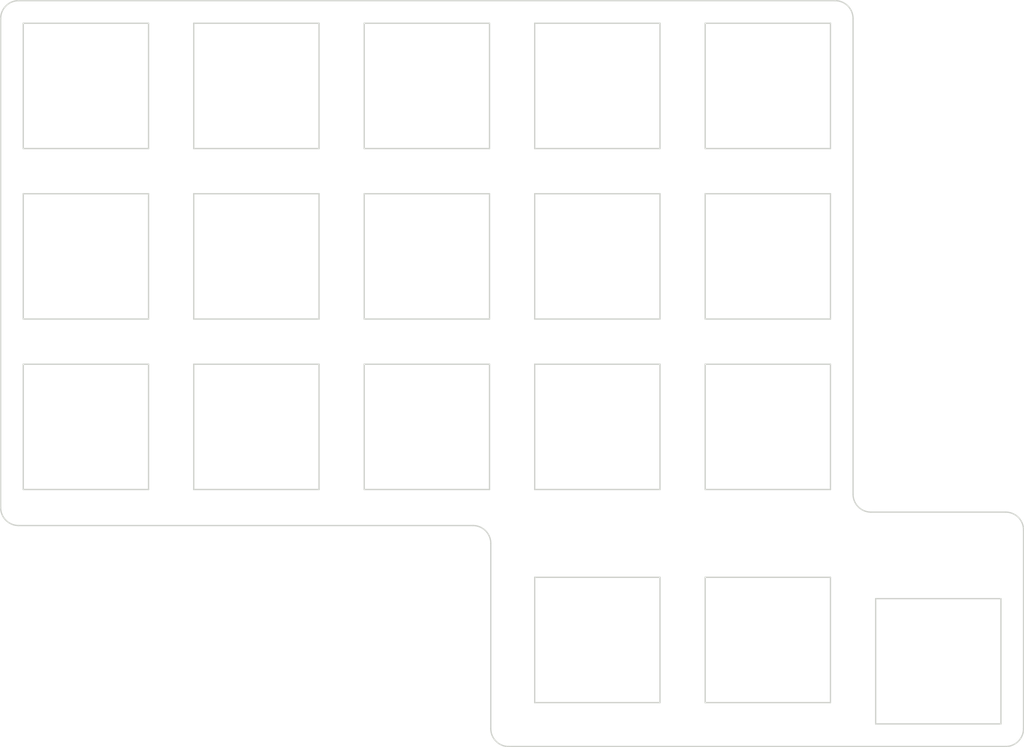
<source format=kicad_pcb>

            
(kicad_pcb (version 20171130) (host pcbnew 5.1.6)

  (page A3)
  (title_block
    (title clyde-switch-plate)
    (rev 1.0.0)
    (company sboysel)
  )

  (general
    (thickness 1.6)
  )

  (layers
    (0 F.Cu signal)
    (31 B.Cu signal)
    (32 B.Adhes user)
    (33 F.Adhes user)
    (34 B.Paste user)
    (35 F.Paste user)
    (36 B.SilkS user)
    (37 F.SilkS user)
    (38 B.Mask user)
    (39 F.Mask user)
    (40 Dwgs.User user)
    (41 Cmts.User user)
    (42 Eco1.User user)
    (43 Eco2.User user)
    (44 Edge.Cuts user)
    (45 Margin user)
    (46 B.CrtYd user)
    (47 F.CrtYd user)
    (48 B.Fab user)
    (49 F.Fab user)
  )

  (setup
    (last_trace_width 0.25)
    (trace_clearance 0.2)
    (zone_clearance 0.508)
    (zone_45_only no)
    (trace_min 0.2)
    (via_size 0.8)
    (via_drill 0.4)
    (via_min_size 0.4)
    (via_min_drill 0.3)
    (uvia_size 0.3)
    (uvia_drill 0.1)
    (uvias_allowed no)
    (uvia_min_size 0.2)
    (uvia_min_drill 0.1)
    (edge_width 0.05)
    (segment_width 0.2)
    (pcb_text_width 0.3)
    (pcb_text_size 1.5 1.5)
    (mod_edge_width 0.12)
    (mod_text_size 1 1)
    (mod_text_width 0.15)
    (pad_size 1.524 1.524)
    (pad_drill 0.762)
    (pad_to_mask_clearance 0.05)
    (aux_axis_origin 0 0)
    (visible_elements FFFFFF7F)
    (pcbplotparams
      (layerselection 0x010fc_ffffffff)
      (usegerberextensions false)
      (usegerberattributes true)
      (usegerberadvancedattributes true)
      (creategerberjobfile true)
      (excludeedgelayer true)
      (linewidth 0.100000)
      (plotframeref false)
      (viasonmask false)
      (mode 1)
      (useauxorigin false)
      (hpglpennumber 1)
      (hpglpenspeed 20)
      (hpglpendiameter 15.000000)
      (psnegative false)
      (psa4output false)
      (plotreference true)
      (plotvalue true)
      (plotinvisibletext false)
      (padsonsilk false)
      (subtractmaskfromsilk false)
      (outputformat 1)
      (mirror false)
      (drillshape 1)
      (scaleselection 1)
      (outputdirectory ""))
  )

            (net 0 "")
            
  (net_class Default "This is the default net class."
    (clearance 0.2)
    (trace_width 0.25)
    (via_dia 0.8)
    (via_drill 0.4)
    (uvia_dia 0.3)
    (uvia_drill 0.1)
    (add_net "")
  )

            
            (gr_line (start 142.875 161.425) (end 142.875 106.77499999999999) (angle 90) (layer Edge.Cuts) (width 0.15))
(gr_line (start 144.875 104.77499999999999) (end 236.12500000000003 104.77499999999999) (angle 90) (layer Edge.Cuts) (width 0.15))
(gr_line (start 238.12500000000003 106.77499999999999) (end 238.12500000000003 159.925) (angle 90) (layer Edge.Cuts) (width 0.15))
(gr_line (start 240.12500000000003 161.925) (end 255.175 161.925) (angle 90) (layer Edge.Cuts) (width 0.15))
(gr_line (start 257.175 163.925) (end 257.175 186.11875) (angle 90) (layer Edge.Cuts) (width 0.15))
(gr_line (start 255.175 188.11875) (end 199.64375 188.11875) (angle 90) (layer Edge.Cuts) (width 0.15))
(gr_line (start 197.64375 186.11875) (end 197.64375 165.425) (angle 90) (layer Edge.Cuts) (width 0.15))
(gr_line (start 195.64375 163.425) (end 144.875 163.425) (angle 90) (layer Edge.Cuts) (width 0.15))
(gr_arc (start 144.875 106.77499999999999) (end 144.875 104.77499999999999) (angle -90) (layer Edge.Cuts) (width 0.15))
(gr_arc (start 236.12500000000003 106.77499999999999) (end 238.12500000000003 106.77499999999999) (angle -90) (layer Edge.Cuts) (width 0.15))
(gr_arc (start 240.12500000000003 159.925) (end 238.12500000000003 159.925) (angle -90) (layer Edge.Cuts) (width 0.15))
(gr_arc (start 255.175 163.925) (end 257.175 163.925) (angle -90) (layer Edge.Cuts) (width 0.15))
(gr_arc (start 255.175 186.11875) (end 255.175 188.11875) (angle -90) (layer Edge.Cuts) (width 0.15))
(gr_arc (start 199.64375 186.11875) (end 197.64375 186.11875) (angle -90) (layer Edge.Cuts) (width 0.15))
(gr_arc (start 195.64375 165.425) (end 197.64375 165.425) (angle -90) (layer Edge.Cuts) (width 0.15))
(gr_arc (start 144.875 161.425) (end 142.875 161.425) (angle -90) (layer Edge.Cuts) (width 0.15))
(gr_line (start 145.4 159.4) (end 159.4 159.4) (angle 90) (layer Edge.Cuts) (width 0.15))
(gr_line (start 159.4 159.4) (end 159.4 145.4) (angle 90) (layer Edge.Cuts) (width 0.15))
(gr_line (start 159.4 145.4) (end 145.4 145.4) (angle 90) (layer Edge.Cuts) (width 0.15))
(gr_line (start 145.4 145.4) (end 145.4 159.4) (angle 90) (layer Edge.Cuts) (width 0.15))
(gr_line (start 145.4 140.35) (end 159.4 140.35) (angle 90) (layer Edge.Cuts) (width 0.15))
(gr_line (start 159.4 140.35) (end 159.4 126.35) (angle 90) (layer Edge.Cuts) (width 0.15))
(gr_line (start 159.4 126.35) (end 145.4 126.35) (angle 90) (layer Edge.Cuts) (width 0.15))
(gr_line (start 145.4 126.35) (end 145.4 140.35) (angle 90) (layer Edge.Cuts) (width 0.15))
(gr_line (start 145.4 121.3) (end 159.4 121.3) (angle 90) (layer Edge.Cuts) (width 0.15))
(gr_line (start 159.4 121.3) (end 159.4 107.3) (angle 90) (layer Edge.Cuts) (width 0.15))
(gr_line (start 159.4 107.3) (end 145.4 107.3) (angle 90) (layer Edge.Cuts) (width 0.15))
(gr_line (start 145.4 107.3) (end 145.4 121.3) (angle 90) (layer Edge.Cuts) (width 0.15))
(gr_line (start 164.45000000000002 159.4) (end 178.45000000000002 159.4) (angle 90) (layer Edge.Cuts) (width 0.15))
(gr_line (start 178.45000000000002 159.4) (end 178.45000000000002 145.4) (angle 90) (layer Edge.Cuts) (width 0.15))
(gr_line (start 178.45000000000002 145.4) (end 164.45000000000002 145.4) (angle 90) (layer Edge.Cuts) (width 0.15))
(gr_line (start 164.45000000000002 145.4) (end 164.45000000000002 159.4) (angle 90) (layer Edge.Cuts) (width 0.15))
(gr_line (start 164.45000000000002 140.35) (end 178.45000000000002 140.35) (angle 90) (layer Edge.Cuts) (width 0.15))
(gr_line (start 178.45000000000002 140.35) (end 178.45000000000002 126.35) (angle 90) (layer Edge.Cuts) (width 0.15))
(gr_line (start 178.45000000000002 126.35) (end 164.45000000000002 126.35) (angle 90) (layer Edge.Cuts) (width 0.15))
(gr_line (start 164.45000000000002 126.35) (end 164.45000000000002 140.35) (angle 90) (layer Edge.Cuts) (width 0.15))
(gr_line (start 164.45000000000002 121.3) (end 178.45000000000002 121.3) (angle 90) (layer Edge.Cuts) (width 0.15))
(gr_line (start 178.45000000000002 121.3) (end 178.45000000000002 107.3) (angle 90) (layer Edge.Cuts) (width 0.15))
(gr_line (start 178.45000000000002 107.3) (end 164.45000000000002 107.3) (angle 90) (layer Edge.Cuts) (width 0.15))
(gr_line (start 164.45000000000002 107.3) (end 164.45000000000002 121.3) (angle 90) (layer Edge.Cuts) (width 0.15))
(gr_line (start 183.5 159.4) (end 197.5 159.4) (angle 90) (layer Edge.Cuts) (width 0.15))
(gr_line (start 197.5 159.4) (end 197.5 145.4) (angle 90) (layer Edge.Cuts) (width 0.15))
(gr_line (start 197.5 145.4) (end 183.5 145.4) (angle 90) (layer Edge.Cuts) (width 0.15))
(gr_line (start 183.5 145.4) (end 183.5 159.4) (angle 90) (layer Edge.Cuts) (width 0.15))
(gr_line (start 183.5 140.35) (end 197.5 140.35) (angle 90) (layer Edge.Cuts) (width 0.15))
(gr_line (start 197.5 140.35) (end 197.5 126.35) (angle 90) (layer Edge.Cuts) (width 0.15))
(gr_line (start 197.5 126.35) (end 183.5 126.35) (angle 90) (layer Edge.Cuts) (width 0.15))
(gr_line (start 183.5 126.35) (end 183.5 140.35) (angle 90) (layer Edge.Cuts) (width 0.15))
(gr_line (start 183.5 121.3) (end 197.5 121.3) (angle 90) (layer Edge.Cuts) (width 0.15))
(gr_line (start 197.5 121.3) (end 197.5 107.3) (angle 90) (layer Edge.Cuts) (width 0.15))
(gr_line (start 197.5 107.3) (end 183.5 107.3) (angle 90) (layer Edge.Cuts) (width 0.15))
(gr_line (start 183.5 107.3) (end 183.5 121.3) (angle 90) (layer Edge.Cuts) (width 0.15))
(gr_line (start 202.55 159.4) (end 216.55 159.4) (angle 90) (layer Edge.Cuts) (width 0.15))
(gr_line (start 216.55 159.4) (end 216.55 145.4) (angle 90) (layer Edge.Cuts) (width 0.15))
(gr_line (start 216.55 145.4) (end 202.55 145.4) (angle 90) (layer Edge.Cuts) (width 0.15))
(gr_line (start 202.55 145.4) (end 202.55 159.4) (angle 90) (layer Edge.Cuts) (width 0.15))
(gr_line (start 202.55 140.35) (end 216.55 140.35) (angle 90) (layer Edge.Cuts) (width 0.15))
(gr_line (start 216.55 140.35) (end 216.55 126.35) (angle 90) (layer Edge.Cuts) (width 0.15))
(gr_line (start 216.55 126.35) (end 202.55 126.35) (angle 90) (layer Edge.Cuts) (width 0.15))
(gr_line (start 202.55 126.35) (end 202.55 140.35) (angle 90) (layer Edge.Cuts) (width 0.15))
(gr_line (start 202.55 121.3) (end 216.55 121.3) (angle 90) (layer Edge.Cuts) (width 0.15))
(gr_line (start 216.55 121.3) (end 216.55 107.3) (angle 90) (layer Edge.Cuts) (width 0.15))
(gr_line (start 216.55 107.3) (end 202.55 107.3) (angle 90) (layer Edge.Cuts) (width 0.15))
(gr_line (start 202.55 107.3) (end 202.55 121.3) (angle 90) (layer Edge.Cuts) (width 0.15))
(gr_line (start 221.60000000000002 159.4) (end 235.60000000000002 159.4) (angle 90) (layer Edge.Cuts) (width 0.15))
(gr_line (start 235.60000000000002 159.4) (end 235.60000000000002 145.4) (angle 90) (layer Edge.Cuts) (width 0.15))
(gr_line (start 235.60000000000002 145.4) (end 221.60000000000002 145.4) (angle 90) (layer Edge.Cuts) (width 0.15))
(gr_line (start 221.60000000000002 145.4) (end 221.60000000000002 159.4) (angle 90) (layer Edge.Cuts) (width 0.15))
(gr_line (start 221.60000000000002 140.35) (end 235.60000000000002 140.35) (angle 90) (layer Edge.Cuts) (width 0.15))
(gr_line (start 235.60000000000002 140.35) (end 235.60000000000002 126.35) (angle 90) (layer Edge.Cuts) (width 0.15))
(gr_line (start 235.60000000000002 126.35) (end 221.60000000000002 126.35) (angle 90) (layer Edge.Cuts) (width 0.15))
(gr_line (start 221.60000000000002 126.35) (end 221.60000000000002 140.35) (angle 90) (layer Edge.Cuts) (width 0.15))
(gr_line (start 221.60000000000002 121.3) (end 235.60000000000002 121.3) (angle 90) (layer Edge.Cuts) (width 0.15))
(gr_line (start 235.60000000000002 121.3) (end 235.60000000000002 107.3) (angle 90) (layer Edge.Cuts) (width 0.15))
(gr_line (start 235.60000000000002 107.3) (end 221.60000000000002 107.3) (angle 90) (layer Edge.Cuts) (width 0.15))
(gr_line (start 221.60000000000002 107.3) (end 221.60000000000002 121.3) (angle 90) (layer Edge.Cuts) (width 0.15))
(gr_line (start 202.55 183.2125) (end 216.55 183.2125) (angle 90) (layer Edge.Cuts) (width 0.15))
(gr_line (start 216.55 183.2125) (end 216.55 169.2125) (angle 90) (layer Edge.Cuts) (width 0.15))
(gr_line (start 216.55 169.2125) (end 202.55 169.2125) (angle 90) (layer Edge.Cuts) (width 0.15))
(gr_line (start 202.55 169.2125) (end 202.55 183.2125) (angle 90) (layer Edge.Cuts) (width 0.15))
(gr_line (start 221.60000000000002 183.2125) (end 235.60000000000002 183.2125) (angle 90) (layer Edge.Cuts) (width 0.15))
(gr_line (start 235.60000000000002 183.2125) (end 235.60000000000002 169.2125) (angle 90) (layer Edge.Cuts) (width 0.15))
(gr_line (start 235.60000000000002 169.2125) (end 221.60000000000002 169.2125) (angle 90) (layer Edge.Cuts) (width 0.15))
(gr_line (start 221.60000000000002 169.2125) (end 221.60000000000002 183.2125) (angle 90) (layer Edge.Cuts) (width 0.15))
(gr_line (start 240.65 185.59375) (end 254.65 185.59375) (angle 90) (layer Edge.Cuts) (width 0.15))
(gr_line (start 254.65 185.59375) (end 254.65 171.59375) (angle 90) (layer Edge.Cuts) (width 0.15))
(gr_line (start 254.65 171.59375) (end 240.65 171.59375) (angle 90) (layer Edge.Cuts) (width 0.15))
(gr_line (start 240.65 171.59375) (end 240.65 185.59375) (angle 90) (layer Edge.Cuts) (width 0.15))
            
)

        
</source>
